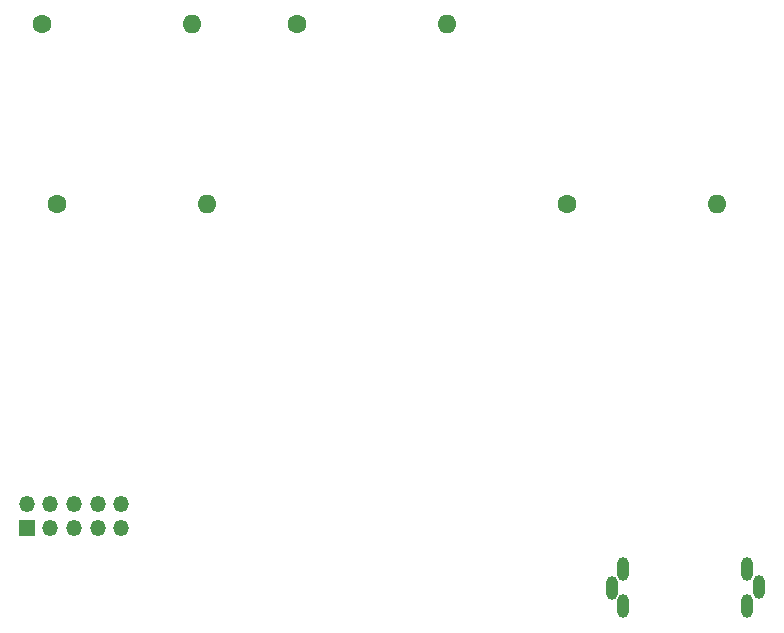
<source format=gbr>
%TF.GenerationSoftware,KiCad,Pcbnew,(7.0.0)*%
%TF.CreationDate,2023-08-04T15:50:35+02:00*%
%TF.ProjectId,PCH-1xxxJIG_THT_1.4,5043482d-3178-4787-984a-49475f544854,rev?*%
%TF.SameCoordinates,Original*%
%TF.FileFunction,Soldermask,Bot*%
%TF.FilePolarity,Negative*%
%FSLAX46Y46*%
G04 Gerber Fmt 4.6, Leading zero omitted, Abs format (unit mm)*
G04 Created by KiCad (PCBNEW (7.0.0)) date 2023-08-04 15:50:35*
%MOMM*%
%LPD*%
G01*
G04 APERTURE LIST*
%ADD10O,1.000000X2.000000*%
%ADD11R,1.350000X1.350000*%
%ADD12O,1.350000X1.350000*%
%ADD13C,1.600000*%
%ADD14O,1.600000X1.600000*%
G04 APERTURE END LIST*
D10*
%TO.C,U1*%
X87359999Y-84259999D03*
X87359999Y-87359999D03*
X86359999Y-85859999D03*
X97859999Y-87359999D03*
X97859999Y-84259999D03*
X98859999Y-85759999D03*
%TD*%
D11*
%TO.C,Pin Header*%
X36829999Y-80739999D03*
D12*
X36829999Y-78739999D03*
X38829999Y-80739999D03*
X38829999Y-78739999D03*
X40829999Y-80739999D03*
X40829999Y-78739999D03*
X42829999Y-80739999D03*
X42829999Y-78739999D03*
X44829999Y-80739999D03*
X44829999Y-78739999D03*
%TD*%
D13*
%TO.C,220 Ohms*%
X82550000Y-53340000D03*
D14*
X95249999Y-53339999D03*
%TD*%
D13*
%TO.C,1k Ohms*%
X59690000Y-38100000D03*
D14*
X72389999Y-38099999D03*
%TD*%
D13*
%TO.C,1k Ohms*%
X38100000Y-38100000D03*
D14*
X50799999Y-38099999D03*
%TD*%
D13*
%TO.C,1k Ohms*%
X39370000Y-53340000D03*
D14*
X52069999Y-53339999D03*
%TD*%
M02*

</source>
